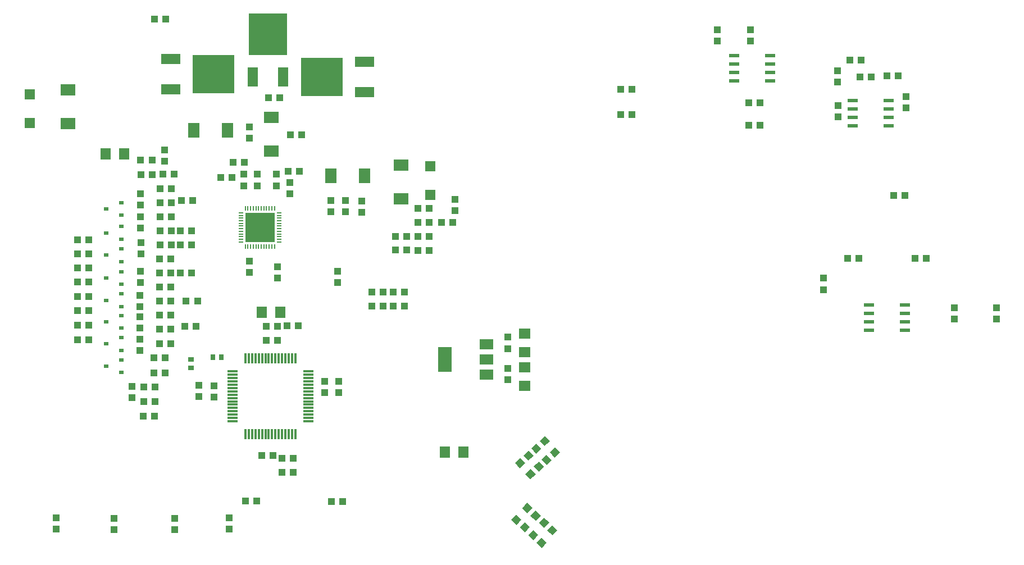
<source format=gtp>
G75*
G70*
%OFA0B0*%
%FSLAX24Y24*%
%IPPOS*%
%LPD*%
%AMOC8*
5,1,8,0,0,1.08239X$1,22.5*
%
%ADD10R,0.0256X0.0079*%
%ADD11R,0.0079X0.0256*%
%ADD12R,0.1732X0.1732*%
%ADD13R,0.0433X0.0433*%
%ADD14R,0.0256X0.0236*%
%ADD15R,0.0630X0.0709*%
%ADD16R,0.1181X0.0630*%
%ADD17R,0.2470X0.2280*%
%ADD18R,0.0630X0.1181*%
%ADD19R,0.2280X0.2470*%
%ADD20R,0.0591X0.0118*%
%ADD21R,0.0118X0.0591*%
%ADD22R,0.0433X0.0394*%
%ADD23R,0.0354X0.0276*%
%ADD24R,0.0276X0.0354*%
%ADD25R,0.0790X0.0590*%
%ADD26R,0.0790X0.1500*%
%ADD27R,0.0709X0.0630*%
%ADD28R,0.0394X0.0433*%
%ADD29R,0.0433X0.0433*%
%ADD30R,0.0906X0.0689*%
%ADD31R,0.0689X0.0906*%
%ADD32R,0.0642X0.0598*%
%ADD33R,0.0591X0.0217*%
%ADD34R,0.0610X0.0236*%
D10*
X015269Y021090D03*
X015269Y021247D03*
X015269Y021405D03*
X015269Y021562D03*
X015269Y021720D03*
X015269Y021877D03*
X015269Y022035D03*
X015269Y022192D03*
X015269Y022349D03*
X015269Y022507D03*
X015269Y022664D03*
X015269Y022822D03*
X017533Y022822D03*
X017533Y022664D03*
X017533Y022507D03*
X017533Y022349D03*
X017533Y022192D03*
X017533Y022035D03*
X017533Y021877D03*
X017533Y021720D03*
X017533Y021562D03*
X017533Y021405D03*
X017533Y021247D03*
X017533Y021090D03*
D11*
X017267Y020824D03*
X017109Y020824D03*
X016952Y020824D03*
X016794Y020824D03*
X016637Y020824D03*
X016480Y020824D03*
X016322Y020824D03*
X016165Y020824D03*
X016007Y020824D03*
X015850Y020824D03*
X015692Y020824D03*
X015535Y020824D03*
X015535Y023088D03*
X015692Y023088D03*
X015850Y023088D03*
X016007Y023088D03*
X016165Y023088D03*
X016322Y023088D03*
X016480Y023088D03*
X016637Y023088D03*
X016794Y023088D03*
X016952Y023088D03*
X017109Y023088D03*
X017267Y023088D03*
D12*
X016401Y021956D03*
D13*
X004306Y004036D03*
X004306Y004705D03*
X007751Y004685D03*
X007751Y004016D03*
X011351Y004016D03*
X011351Y004685D03*
X014591Y004720D03*
X014591Y004051D03*
X015536Y005716D03*
X016205Y005716D03*
X017721Y007401D03*
X018390Y007401D03*
X018390Y008236D03*
X017721Y008236D03*
X020646Y005676D03*
X021315Y005676D03*
X013666Y011896D03*
X013666Y012565D03*
X012771Y012570D03*
X012771Y011901D03*
X010780Y013326D03*
X010111Y013326D03*
X010170Y012471D03*
X009501Y012471D03*
X008806Y012530D03*
X008806Y011861D03*
X009496Y011621D03*
X010165Y011621D03*
X010160Y010751D03*
X009491Y010751D03*
X010111Y014201D03*
X010780Y014201D03*
X011105Y015056D03*
X010436Y015056D03*
X010436Y015911D03*
X011105Y015911D03*
X011936Y016086D03*
X012605Y016086D03*
X011110Y016761D03*
X010441Y016761D03*
X010451Y017596D03*
X011120Y017596D03*
X012026Y017596D03*
X012695Y017596D03*
X011125Y018426D03*
X010456Y018426D03*
X009321Y018681D03*
X009321Y019350D03*
X010456Y019261D03*
X011125Y019261D03*
X011661Y019266D03*
X012330Y019266D03*
X011125Y020096D03*
X010456Y020096D03*
X010466Y020926D03*
X011135Y020926D03*
X011681Y020926D03*
X012350Y020926D03*
X012350Y021751D03*
X011681Y021751D03*
X011135Y021751D03*
X010466Y021751D03*
X010471Y022576D03*
X011140Y022576D03*
X011150Y023416D03*
X011751Y023561D03*
X012420Y023561D03*
X011150Y024241D03*
X010481Y024241D03*
X010481Y023416D03*
X009316Y023276D03*
X009316Y023945D03*
X009346Y025096D03*
X010015Y025096D03*
X010646Y025101D03*
X011315Y025101D03*
X010751Y025881D03*
X009995Y025936D03*
X009326Y025936D03*
X010751Y026550D03*
X014081Y024911D03*
X014750Y024911D03*
X015431Y025100D03*
X016236Y025100D03*
X016236Y024431D03*
X015431Y024431D03*
X017366Y024431D03*
X018186Y024615D03*
X018186Y023946D03*
X018061Y025276D03*
X018730Y025276D03*
X017366Y025100D03*
X015470Y025821D03*
X014801Y025821D03*
X015771Y027246D03*
X015771Y027915D03*
X016916Y029636D03*
X017585Y029636D03*
X018201Y027456D03*
X018870Y027456D03*
X020616Y023545D03*
X021481Y023550D03*
X022451Y023525D03*
X022451Y022856D03*
X021481Y022881D03*
X020616Y022876D03*
X024441Y021416D03*
X025110Y021416D03*
X025781Y021416D03*
X026450Y021416D03*
X026450Y022261D03*
X025781Y022261D03*
X025766Y023096D03*
X026435Y023096D03*
X027166Y022256D03*
X027835Y022256D03*
X027966Y022951D03*
X027966Y023620D03*
X026460Y020576D03*
X025791Y020576D03*
X025120Y020606D03*
X024451Y020606D03*
X024296Y018111D03*
X023715Y018116D03*
X023046Y018116D03*
X023051Y017276D03*
X023720Y017276D03*
X024311Y017271D03*
X024980Y017271D03*
X024965Y018111D03*
X021021Y018686D03*
X021021Y019355D03*
X017446Y019610D03*
X017446Y018941D03*
X015786Y019296D03*
X015786Y019965D03*
X009336Y020396D03*
X009336Y021065D03*
X009326Y021916D03*
X009326Y022585D03*
X006230Y021206D03*
X005561Y021206D03*
X005561Y020376D03*
X006230Y020376D03*
X006230Y019546D03*
X005561Y019546D03*
X005561Y018711D03*
X006230Y018711D03*
X006230Y017856D03*
X005561Y017856D03*
X005561Y017011D03*
X006230Y017011D03*
X006230Y016151D03*
X005561Y016151D03*
X005561Y015296D03*
X006230Y015296D03*
X009291Y015310D03*
X009291Y014641D03*
X009291Y015991D03*
X009291Y016660D03*
X009291Y017251D03*
X009291Y017920D03*
X016776Y016076D03*
X017445Y016076D03*
X018006Y016126D03*
X018675Y016126D03*
X017450Y015236D03*
X016781Y015236D03*
X020256Y012815D03*
X021081Y012815D03*
X021081Y012146D03*
X020256Y012146D03*
X045416Y028001D03*
X046085Y028001D03*
X046085Y029351D03*
X045416Y029351D03*
X050669Y030580D03*
X050669Y031250D03*
X051397Y031884D03*
X052066Y031884D03*
X052019Y030893D03*
X052688Y030893D03*
X053620Y030947D03*
X054289Y030947D03*
X054745Y029728D03*
X054745Y029059D03*
X050725Y029190D03*
X050725Y028521D03*
X054016Y023851D03*
X054685Y023851D03*
X055266Y020101D03*
X055935Y020101D03*
X051935Y020101D03*
X051266Y020101D03*
X049851Y018935D03*
X049851Y018266D03*
X057601Y017185D03*
X057601Y016516D03*
X060101Y016516D03*
X060101Y017185D03*
X038485Y028651D03*
X037816Y028651D03*
X037816Y030151D03*
X038485Y030151D03*
X043551Y033016D03*
X043551Y033685D03*
X045501Y033685D03*
X045501Y033016D03*
X010825Y034326D03*
X010156Y034326D03*
D14*
X008179Y023430D03*
X007293Y023056D03*
X008179Y022682D03*
X008179Y022005D03*
X007293Y021631D03*
X008179Y021257D03*
X008179Y020675D03*
X007293Y020301D03*
X008179Y019927D03*
X008179Y019330D03*
X007293Y018956D03*
X008179Y018582D03*
X008179Y018005D03*
X007293Y017631D03*
X008179Y017257D03*
X008179Y016720D03*
X007293Y016346D03*
X008179Y015972D03*
X008179Y015410D03*
X007293Y015036D03*
X008179Y014662D03*
X008179Y014095D03*
X007293Y013721D03*
X008179Y013347D03*
D15*
X016500Y016921D03*
X017602Y016921D03*
X027375Y008631D03*
X028477Y008631D03*
X008357Y026301D03*
X007255Y026301D03*
D16*
X011106Y030156D03*
X011106Y031956D03*
X022606Y031791D03*
X022606Y029991D03*
D17*
X020071Y030891D03*
X013641Y031056D03*
D18*
X015971Y030896D03*
X017771Y030896D03*
D19*
X016871Y033431D03*
D20*
X014782Y013402D03*
X014782Y013205D03*
X014782Y013008D03*
X014782Y012812D03*
X014782Y012615D03*
X014782Y012418D03*
X014782Y012221D03*
X014782Y012024D03*
X014782Y011827D03*
X014782Y011631D03*
X014782Y011434D03*
X014782Y011237D03*
X014782Y011040D03*
X014782Y010843D03*
X014782Y010646D03*
X014782Y010449D03*
X019270Y010449D03*
X019270Y010646D03*
X019270Y010843D03*
X019270Y011040D03*
X019270Y011237D03*
X019270Y011434D03*
X019270Y011631D03*
X019270Y011827D03*
X019270Y012024D03*
X019270Y012221D03*
X019270Y012418D03*
X019270Y012615D03*
X019270Y012812D03*
X019270Y013008D03*
X019270Y013205D03*
X019270Y013402D03*
D21*
X018502Y014170D03*
X018305Y014170D03*
X018108Y014170D03*
X017912Y014170D03*
X017715Y014170D03*
X017518Y014170D03*
X017321Y014170D03*
X017124Y014170D03*
X016927Y014170D03*
X016731Y014170D03*
X016534Y014170D03*
X016337Y014170D03*
X016140Y014170D03*
X015943Y014170D03*
X015746Y014170D03*
X015549Y014170D03*
X015549Y009682D03*
X015746Y009682D03*
X015943Y009682D03*
X016140Y009682D03*
X016337Y009682D03*
X016534Y009682D03*
X016731Y009682D03*
X016927Y009682D03*
X017124Y009682D03*
X017321Y009682D03*
X017518Y009682D03*
X017715Y009682D03*
X017912Y009682D03*
X018108Y009682D03*
X018305Y009682D03*
X018502Y009682D03*
D22*
X017180Y008406D03*
X016511Y008406D03*
D23*
X012306Y013615D03*
X012306Y014127D03*
D24*
X013610Y014251D03*
X014122Y014251D03*
D25*
X029841Y014111D03*
X029841Y013211D03*
X029841Y015011D03*
D26*
X027361Y014101D03*
D27*
X032101Y014550D03*
X032101Y013652D03*
X032101Y012550D03*
X032101Y015652D03*
D28*
X031101Y015435D03*
X031101Y014766D03*
X031101Y013585D03*
X031101Y012916D03*
D29*
G36*
X033609Y009260D02*
X033289Y008970D01*
X032999Y009290D01*
X033319Y009580D01*
X033609Y009260D01*
G37*
G36*
X033112Y008812D02*
X032792Y008522D01*
X032502Y008842D01*
X032822Y009132D01*
X033112Y008812D01*
G37*
G36*
X033604Y008615D02*
X033924Y008905D01*
X034214Y008585D01*
X033894Y008295D01*
X033604Y008615D01*
G37*
G36*
X033107Y008167D02*
X033427Y008457D01*
X033717Y008137D01*
X033397Y007847D01*
X033107Y008167D01*
G37*
G36*
X033264Y007740D02*
X032944Y007450D01*
X032654Y007770D01*
X032974Y008060D01*
X033264Y007740D01*
G37*
G36*
X032767Y007292D02*
X032447Y007002D01*
X032157Y007322D01*
X032477Y007612D01*
X032767Y007292D01*
G37*
G36*
X031537Y007977D02*
X031857Y008267D01*
X032147Y007947D01*
X031827Y007657D01*
X031537Y007977D01*
G37*
G36*
X032034Y008425D02*
X032354Y008715D01*
X032644Y008395D01*
X032324Y008105D01*
X032034Y008425D01*
G37*
G36*
X032282Y004990D02*
X031962Y005280D01*
X032252Y005600D01*
X032572Y005310D01*
X032282Y004990D01*
G37*
G36*
X032779Y004542D02*
X032459Y004832D01*
X032749Y005152D01*
X033069Y004862D01*
X032779Y004542D01*
G37*
G36*
X033242Y004725D02*
X033562Y004435D01*
X033272Y004115D01*
X032952Y004405D01*
X033242Y004725D01*
G37*
G36*
X032129Y003847D02*
X031809Y004137D01*
X032099Y004457D01*
X032419Y004167D01*
X032129Y003847D01*
G37*
G36*
X032607Y003990D02*
X032927Y003700D01*
X032637Y003380D01*
X032317Y003670D01*
X032607Y003990D01*
G37*
G36*
X031632Y004295D02*
X031312Y004585D01*
X031602Y004905D01*
X031922Y004615D01*
X031632Y004295D01*
G37*
G36*
X033104Y003542D02*
X033424Y003252D01*
X033134Y002932D01*
X032814Y003222D01*
X033104Y003542D01*
G37*
G36*
X033739Y004277D02*
X034059Y003987D01*
X033769Y003667D01*
X033449Y003957D01*
X033739Y004277D01*
G37*
D30*
X024791Y023656D03*
X024791Y025656D03*
X017071Y026471D03*
X017071Y028471D03*
X005011Y028101D03*
X005011Y030101D03*
D31*
X012476Y027706D03*
X014476Y027706D03*
X020601Y025026D03*
X022601Y025026D03*
D32*
X026526Y025572D03*
X026526Y023879D03*
X002746Y028159D03*
X002746Y029852D03*
D33*
X044538Y030651D03*
X044538Y031151D03*
X044538Y031651D03*
X044538Y032151D03*
X046664Y032151D03*
X046664Y031651D03*
X046664Y031151D03*
X046664Y030651D03*
D34*
X051584Y029483D03*
X051584Y028983D03*
X051584Y028483D03*
X051584Y027983D03*
X053710Y027983D03*
X053710Y028483D03*
X053710Y028983D03*
X053710Y029483D03*
X054664Y017351D03*
X054664Y016851D03*
X054664Y016351D03*
X054664Y015851D03*
X052538Y015851D03*
X052538Y016351D03*
X052538Y016851D03*
X052538Y017351D03*
M02*

</source>
